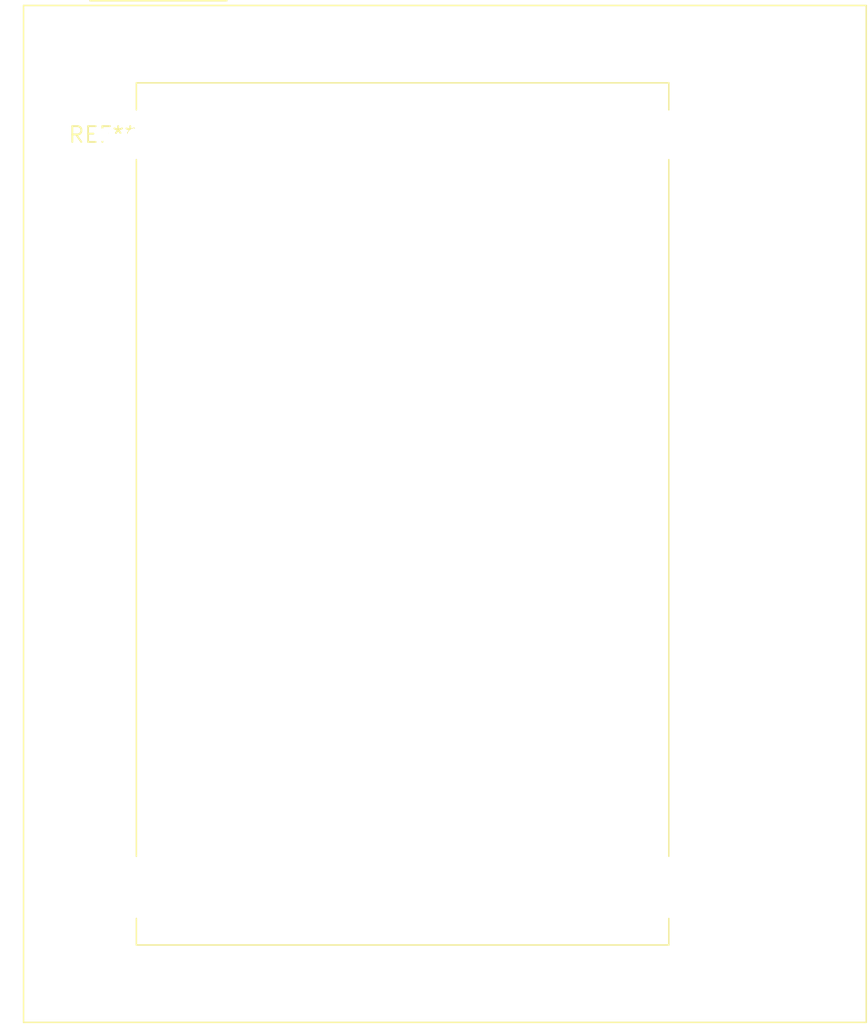
<source format=kicad_pcb>
(kicad_pcb (version 20240108) (generator pcbnew)
  (layers (0 "F.Cu" signal) (31 "B.Cu" signal) (34 "B.Paste" user) (35 "F.Paste" user) (36 "B.SilkS" user "B.Silkscreen") (37 "F.SilkS" user "F.Silkscreen") (38 "B.Mask" user) (39 "F.Mask" user) (44 "Edge.Cuts" user))
  (net 0 "")
  (footprint "EA_eDIP160-XXX" (layer "F.Cu") (at 0 0)
    (property "Reference" "REF**")
    (property "Value" "EA_eDIP160-XXX")
    (fp_line (start -6.34 -10.39) (end 61.4 -10.39) (layer "F.SilkS") (stroke (width 0.12)))
    (fp_line (start -6.34 71.35) (end -6.34 -10.39) (layer "F.SilkS") (stroke (width 0.12)))
    (fp_line (start -1 -10.77) (end 10 -10.77) (layer "F.SilkS") (stroke (width 0.12)))
    (fp_line (start 2.73 -4.17) (end 2.73 -2) (layer "F.SilkS") (stroke (width 0.12)))
    (fp_line (start 2.73 -4.17) (end 45.53 -4.17) (layer "F.SilkS") (stroke (width 0.12)))
    (fp_line (start 2.73 2) (end 2.73 58) (layer "F.SilkS") (stroke (width 0.12)))
    (fp_line (start 2.73 63) (end 2.73 65.13) (layer "F.SilkS") (stroke (width 0.12)))
    (fp_line (start 45.53 -4.175) (end 45.53 -2) (layer "F.SilkS") (stroke (width 0.12)))
    (fp_line (start 45.53 2) (end 45.53 58) (layer "F.SilkS") (stroke (width 0.12)))
    (fp_line (start 45.53 63) (end 45.53 65.13) (layer "F.SilkS") (stroke (width 0.12)))
    (fp_line (start 45.53 65.13) (end 2.73 65.13) (layer "F.SilkS") (stroke (width 0.12)))
    (fp_line (start 61.4 -10.39) (end 61.4 71.35) (layer "F.SilkS") (stroke (width 0.12)))
    (fp_line (start 61.4 71.35) (end -6.34 71.35) (layer "F.SilkS") (stroke (width 0.12)))
    (pad "1" thru_hole rect (at 0 0) (size 1.5 1.5) (drill 1) (layers *.Cu *.Mask) (remove_unused_layers))
    (pad "2" thru_hole circle (at 2.54 0) (size 1.5 1.5) (drill 1) (layers *.Cu *.Mask) (remove_unused_layers))
    (pad "3" thru_hole circle (at 5.08 0) (size 1.5 1.5) (drill 1) (layers *.Cu *.Mask) (remove_unused_layers))
    (pad "4" thru_hole circle (at 7.62 0) (size 1.5 1.5) (drill 1) (layers *.Cu *.Mask) (remove_unused_layers))
    (pad "5" thru_hole circle (at 10.16 0) (size 1.5 1.5) (drill 1) (layers *.Cu *.Mask) (remove_unused_layers))
    (pad "6" thru_hole circle (at 12.7 0) (size 1.5 1.5) (drill 1) (layers *.Cu *.Mask) (remove_unused_layers))
    (pad "7" thru_hole circle (at 15.24 0) (size 1.5 1.5) (drill 1) (layers *.Cu *.Mask) (remove_unused_layers))
    (pad "8" thru_hole circle (at 17.78 0) (size 1.5 1.5) (drill 1) (layers *.Cu *.Mask) (remove_unused_layers))
    (pad "9" thru_hole circle (at 20.32 0) (size 1.5 1.5) (drill 1) (layers *.Cu *.Mask) (remove_unused_layers))
    (pad "10" thru_hole circle (at 22.86 0) (size 1.5 1.5) (drill 1) (layers *.Cu *.Mask) (remove_unused_layers))
    (pad "11" thru_hole circle (at 25.4 0) (size 1.5 1.5) (drill 1) (layers *.Cu *.Mask) (remove_unused_layers))
    (pad "12" thru_hole circle (at 27.94 0) (size 1.5 1.5) (drill 1) (layers *.Cu *.Mask) (remove_unused_layers))
    (pad "13" thru_hole circle (at 30.48 0) (size 1.5 1.5) (drill 1) (layers *.Cu *.Mask) (remove_unused_layers))
    (pad "14" thru_hole circle (at 33.02 0) (size 1.5 1.5) (drill 1) (layers *.Cu *.Mask) (remove_unused_layers))
    (pad "15" thru_hole circle (at 35.56 0) (size 1.5 1.5) (drill 1) (layers *.Cu *.Mask) (remove_unused_layers))
    (pad "16" thru_hole circle (at 38.1 0) (size 1.5 1.5) (drill 1) (layers *.Cu *.Mask) (remove_unused_layers))
    (pad "17" thru_hole circle (at 40.64 0) (size 1.5 1.5) (drill 1) (layers *.Cu *.Mask) (remove_unused_layers))
    (pad "18" thru_hole circle (at 43.18 0) (size 1.5 1.5) (drill 1) (layers *.Cu *.Mask) (remove_unused_layers))
    (pad "19" thru_hole circle (at 45.72 0) (size 1.5 1.5) (drill 1) (layers *.Cu *.Mask) (remove_unused_layers))
    (pad "20" thru_hole circle (at 48.26 0) (size 1.5 1.5) (drill 1) (layers *.Cu *.Mask) (remove_unused_layers))
    (pad "21" thru_hole circle (at 48.26 60.96) (size 1.5 1.5) (drill 1) (layers *.Cu *.Mask) (remove_unused_layers))
    (pad "22" thru_hole circle (at 45.72 60.96) (size 1.5 1.5) (drill 1) (layers *.Cu *.Mask) (remove_unused_layers))
    (pad "23" thru_hole circle (at 43.18 60.96) (size 1.5 1.5) (drill 1) (layers *.Cu *.Mask) (remove_unused_layers))
    (pad "24" thru_hole circle (at 40.64 60.96) (size 1.5 1.5) (drill 1) (layers *.Cu *.Mask) (remove_unused_layers))
    (pad "25" thru_hole circle (at 38.1 60.96) (size 1.5 1.5) (drill 1) (layers *.Cu *.Mask) (remove_unused_layers))
    (pad "26" thru_hole circle (at 35.56 60.96) (size 1.5 1.5) (drill 1) (layers *.Cu *.Mask) (remove_unused_layers))
    (pad "27" thru_hole circle (at 33.02 60.96) (size 1.5 1.5) (drill 1) (layers *.Cu *.Mask) (remove_unused_layers))
    (pad "28" thru_hole circle (at 30.48 60.96) (size 1.5 1.5) (drill 1) (layers *.Cu *.Mask) (remove_unused_layers))
    (pad "29" thru_hole circle (at 27.94 60.96) (size 1.5 1.5) (drill 1) (layers *.Cu *.Mask) (remove_unused_layers))
    (pad "30" thru_hole circle (at 25.4 60.96) (size 1.5 1.5) (drill 1) (layers *.Cu *.Mask) (remove_unused_layers))
    (pad "31" thru_hole circle (at 22.86 60.96) (size 1.5 1.5) (drill 1) (layers *.Cu *.Mask) (remove_unused_layers))
    (pad "32" thru_hole circle (at 20.32 60.96) (size 1.5 1.5) (drill 1) (layers *.Cu *.Mask) (remove_unused_layers))
    (pad "33" thru_hole circle (at 17.78 60.96) (size 1.5 1.5) (drill 1) (layers *.Cu *.Mask) (remove_unused_layers))
    (pad "34" thru_hole circle (at 15.24 60.96) (size 1.5 1.5) (drill 1) (layers *.Cu *.Mask) (remove_unused_layers))
    (pad "35" thru_hole circle (at 12.7 60.96) (size 1.5 1.5) (drill 1) (layers *.Cu *.Mask) (remove_unused_layers))
    (pad "36" thru_hole circle (at 10.16 60.96) (size 1.5 1.5) (drill 1) (layers *.Cu *.Mask) (remove_unused_layers))
    (pad "37" thru_hole circle (at 7.62 60.96) (size 1.5 1.5) (drill 1) (layers *.Cu *.Mask) (remove_unused_layers))
    (pad "38" thru_hole circle (at 5.08 60.96) (size 1.5 1.5) (drill 1) (layers *.Cu *.Mask) (remove_unused_layers))
    (pad "39" thru_hole circle (at 2.54 60.96) (size 1.5 1.5) (drill 1) (layers *.Cu *.Mask) (remove_unused_layers))
    (pad "40" thru_hole circle (at 0 60.96) (size 1.5 1.5) (drill 1) (layers *.Cu *.Mask) (remove_unused_layers))
  )
)
</source>
